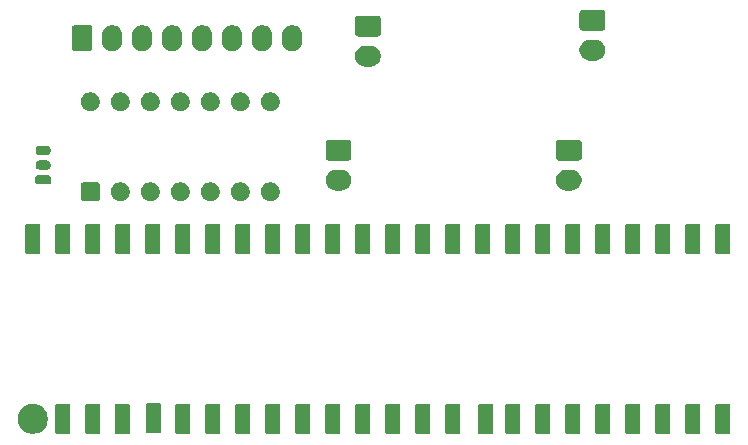
<source format=gbs>
G04 #@! TF.GenerationSoftware,KiCad,Pcbnew,9.0.2*
G04 #@! TF.CreationDate,2025-07-30T12:20:49-07:00*
G04 #@! TF.ProjectId,fsrPrototype3,66737250-726f-4746-9f74-797065332e6b,rev?*
G04 #@! TF.SameCoordinates,Original*
G04 #@! TF.FileFunction,Soldermask,Bot*
G04 #@! TF.FilePolarity,Negative*
%FSLAX46Y46*%
G04 Gerber Fmt 4.6, Leading zero omitted, Abs format (unit mm)*
G04 Created by KiCad (PCBNEW 9.0.2) date 2025-07-30 12:20:49*
%MOMM*%
%LPD*%
G01*
G04 APERTURE LIST*
G04 APERTURE END LIST*
G36*
X90774121Y-80024289D02*
G01*
X90805022Y-80044937D01*
X90825670Y-80075838D01*
X90832920Y-80112289D01*
X90832920Y-82461789D01*
X90825670Y-82498240D01*
X90805022Y-82529141D01*
X90774121Y-82549789D01*
X90737670Y-82557039D01*
X89658170Y-82557039D01*
X89621719Y-82549789D01*
X89590818Y-82529141D01*
X89570170Y-82498240D01*
X89562920Y-82461789D01*
X89562920Y-80112289D01*
X89570170Y-80075838D01*
X89590818Y-80044937D01*
X89621719Y-80024289D01*
X89658170Y-80017039D01*
X90737670Y-80017039D01*
X90774121Y-80024289D01*
G37*
G36*
X121546281Y-80024289D02*
G01*
X121577182Y-80044937D01*
X121597830Y-80075838D01*
X121605080Y-80112289D01*
X121605080Y-82461789D01*
X121597830Y-82498240D01*
X121577182Y-82529141D01*
X121546281Y-82549789D01*
X121509830Y-82557039D01*
X120430330Y-82557039D01*
X120393879Y-82549789D01*
X120362978Y-82529141D01*
X120342330Y-82498240D01*
X120335080Y-82461789D01*
X120335080Y-80112289D01*
X120342330Y-80075838D01*
X120362978Y-80044937D01*
X120393879Y-80024289D01*
X120430330Y-80017039D01*
X121509830Y-80017039D01*
X121546281Y-80024289D01*
G37*
G36*
X85736201Y-79977250D02*
G01*
X85767102Y-79997898D01*
X85787750Y-80028799D01*
X85795000Y-80065250D01*
X85795000Y-82414750D01*
X85787750Y-82451201D01*
X85767102Y-82482102D01*
X85736201Y-82502750D01*
X85699750Y-82510000D01*
X84620250Y-82510000D01*
X84583799Y-82502750D01*
X84552898Y-82482102D01*
X84532250Y-82451201D01*
X84525000Y-82414750D01*
X84525000Y-80065250D01*
X84532250Y-80028799D01*
X84552898Y-79997898D01*
X84583799Y-79977250D01*
X84620250Y-79970000D01*
X85699750Y-79970000D01*
X85736201Y-79977250D01*
G37*
G36*
X88276201Y-79977250D02*
G01*
X88307102Y-79997898D01*
X88327750Y-80028799D01*
X88335000Y-80065250D01*
X88335000Y-82414750D01*
X88327750Y-82451201D01*
X88307102Y-82482102D01*
X88276201Y-82502750D01*
X88239750Y-82510000D01*
X87160250Y-82510000D01*
X87123799Y-82502750D01*
X87092898Y-82482102D01*
X87072250Y-82451201D01*
X87065000Y-82414750D01*
X87065000Y-80065250D01*
X87072250Y-80028799D01*
X87092898Y-79997898D01*
X87123799Y-79977250D01*
X87160250Y-79970000D01*
X88239750Y-79970000D01*
X88276201Y-79977250D01*
G37*
G36*
X95896201Y-79977250D02*
G01*
X95927102Y-79997898D01*
X95947750Y-80028799D01*
X95955000Y-80065250D01*
X95955000Y-82414750D01*
X95947750Y-82451201D01*
X95927102Y-82482102D01*
X95896201Y-82502750D01*
X95859750Y-82510000D01*
X94780250Y-82510000D01*
X94743799Y-82502750D01*
X94712898Y-82482102D01*
X94692250Y-82451201D01*
X94685000Y-82414750D01*
X94685000Y-80065250D01*
X94692250Y-80028799D01*
X94712898Y-79997898D01*
X94743799Y-79977250D01*
X94780250Y-79970000D01*
X95859750Y-79970000D01*
X95896201Y-79977250D01*
G37*
G36*
X98436201Y-79977250D02*
G01*
X98467102Y-79997898D01*
X98487750Y-80028799D01*
X98495000Y-80065250D01*
X98495000Y-82414750D01*
X98487750Y-82451201D01*
X98467102Y-82482102D01*
X98436201Y-82502750D01*
X98399750Y-82510000D01*
X97320250Y-82510000D01*
X97283799Y-82502750D01*
X97252898Y-82482102D01*
X97232250Y-82451201D01*
X97225000Y-82414750D01*
X97225000Y-80065250D01*
X97232250Y-80028799D01*
X97252898Y-79997898D01*
X97283799Y-79977250D01*
X97320250Y-79970000D01*
X98399750Y-79970000D01*
X98436201Y-79977250D01*
G37*
G36*
X100976201Y-79977250D02*
G01*
X101007102Y-79997898D01*
X101027750Y-80028799D01*
X101035000Y-80065250D01*
X101035000Y-82414750D01*
X101027750Y-82451201D01*
X101007102Y-82482102D01*
X100976201Y-82502750D01*
X100939750Y-82510000D01*
X99860250Y-82510000D01*
X99823799Y-82502750D01*
X99792898Y-82482102D01*
X99772250Y-82451201D01*
X99765000Y-82414750D01*
X99765000Y-80065250D01*
X99772250Y-80028799D01*
X99792898Y-79997898D01*
X99823799Y-79977250D01*
X99860250Y-79970000D01*
X100939750Y-79970000D01*
X100976201Y-79977250D01*
G37*
G36*
X103516201Y-79977250D02*
G01*
X103547102Y-79997898D01*
X103567750Y-80028799D01*
X103575000Y-80065250D01*
X103575000Y-82414750D01*
X103567750Y-82451201D01*
X103547102Y-82482102D01*
X103516201Y-82502750D01*
X103479750Y-82510000D01*
X102400250Y-82510000D01*
X102363799Y-82502750D01*
X102332898Y-82482102D01*
X102312250Y-82451201D01*
X102305000Y-82414750D01*
X102305000Y-80065250D01*
X102312250Y-80028799D01*
X102332898Y-79997898D01*
X102363799Y-79977250D01*
X102400250Y-79970000D01*
X103479750Y-79970000D01*
X103516201Y-79977250D01*
G37*
G36*
X106056201Y-79977250D02*
G01*
X106087102Y-79997898D01*
X106107750Y-80028799D01*
X106115000Y-80065250D01*
X106115000Y-82414750D01*
X106107750Y-82451201D01*
X106087102Y-82482102D01*
X106056201Y-82502750D01*
X106019750Y-82510000D01*
X104940250Y-82510000D01*
X104903799Y-82502750D01*
X104872898Y-82482102D01*
X104852250Y-82451201D01*
X104845000Y-82414750D01*
X104845000Y-80065250D01*
X104852250Y-80028799D01*
X104872898Y-79997898D01*
X104903799Y-79977250D01*
X104940250Y-79970000D01*
X106019750Y-79970000D01*
X106056201Y-79977250D01*
G37*
G36*
X108596201Y-79977250D02*
G01*
X108627102Y-79997898D01*
X108647750Y-80028799D01*
X108655000Y-80065250D01*
X108655000Y-82414750D01*
X108647750Y-82451201D01*
X108627102Y-82482102D01*
X108596201Y-82502750D01*
X108559750Y-82510000D01*
X107480250Y-82510000D01*
X107443799Y-82502750D01*
X107412898Y-82482102D01*
X107392250Y-82451201D01*
X107385000Y-82414750D01*
X107385000Y-80065250D01*
X107392250Y-80028799D01*
X107412898Y-79997898D01*
X107443799Y-79977250D01*
X107480250Y-79970000D01*
X108559750Y-79970000D01*
X108596201Y-79977250D01*
G37*
G36*
X111136201Y-79977250D02*
G01*
X111167102Y-79997898D01*
X111187750Y-80028799D01*
X111195000Y-80065250D01*
X111195000Y-82414750D01*
X111187750Y-82451201D01*
X111167102Y-82482102D01*
X111136201Y-82502750D01*
X111099750Y-82510000D01*
X110020250Y-82510000D01*
X109983799Y-82502750D01*
X109952898Y-82482102D01*
X109932250Y-82451201D01*
X109925000Y-82414750D01*
X109925000Y-80065250D01*
X109932250Y-80028799D01*
X109952898Y-79997898D01*
X109983799Y-79977250D01*
X110020250Y-79970000D01*
X111099750Y-79970000D01*
X111136201Y-79977250D01*
G37*
G36*
X113676201Y-79977250D02*
G01*
X113707102Y-79997898D01*
X113727750Y-80028799D01*
X113735000Y-80065250D01*
X113735000Y-82414750D01*
X113727750Y-82451201D01*
X113707102Y-82482102D01*
X113676201Y-82502750D01*
X113639750Y-82510000D01*
X112560250Y-82510000D01*
X112523799Y-82502750D01*
X112492898Y-82482102D01*
X112472250Y-82451201D01*
X112465000Y-82414750D01*
X112465000Y-80065250D01*
X112472250Y-80028799D01*
X112492898Y-79997898D01*
X112523799Y-79977250D01*
X112560250Y-79970000D01*
X113639750Y-79970000D01*
X113676201Y-79977250D01*
G37*
G36*
X116216201Y-79977250D02*
G01*
X116247102Y-79997898D01*
X116267750Y-80028799D01*
X116275000Y-80065250D01*
X116275000Y-82414750D01*
X116267750Y-82451201D01*
X116247102Y-82482102D01*
X116216201Y-82502750D01*
X116179750Y-82510000D01*
X115100250Y-82510000D01*
X115063799Y-82502750D01*
X115032898Y-82482102D01*
X115012250Y-82451201D01*
X115005000Y-82414750D01*
X115005000Y-80065250D01*
X115012250Y-80028799D01*
X115032898Y-79997898D01*
X115063799Y-79977250D01*
X115100250Y-79970000D01*
X116179750Y-79970000D01*
X116216201Y-79977250D01*
G37*
G36*
X118756201Y-79977250D02*
G01*
X118787102Y-79997898D01*
X118807750Y-80028799D01*
X118815000Y-80065250D01*
X118815000Y-82414750D01*
X118807750Y-82451201D01*
X118787102Y-82482102D01*
X118756201Y-82502750D01*
X118719750Y-82510000D01*
X117640250Y-82510000D01*
X117603799Y-82502750D01*
X117572898Y-82482102D01*
X117552250Y-82451201D01*
X117545000Y-82414750D01*
X117545000Y-80065250D01*
X117552250Y-80028799D01*
X117572898Y-79997898D01*
X117603799Y-79977250D01*
X117640250Y-79970000D01*
X118719750Y-79970000D01*
X118756201Y-79977250D01*
G37*
G36*
X123836201Y-79977250D02*
G01*
X123867102Y-79997898D01*
X123887750Y-80028799D01*
X123895000Y-80065250D01*
X123895000Y-82414750D01*
X123887750Y-82451201D01*
X123867102Y-82482102D01*
X123836201Y-82502750D01*
X123799750Y-82510000D01*
X122720250Y-82510000D01*
X122683799Y-82502750D01*
X122652898Y-82482102D01*
X122632250Y-82451201D01*
X122625000Y-82414750D01*
X122625000Y-80065250D01*
X122632250Y-80028799D01*
X122652898Y-79997898D01*
X122683799Y-79977250D01*
X122720250Y-79970000D01*
X123799750Y-79970000D01*
X123836201Y-79977250D01*
G37*
G36*
X126376201Y-79977250D02*
G01*
X126407102Y-79997898D01*
X126427750Y-80028799D01*
X126435000Y-80065250D01*
X126435000Y-82414750D01*
X126427750Y-82451201D01*
X126407102Y-82482102D01*
X126376201Y-82502750D01*
X126339750Y-82510000D01*
X125260250Y-82510000D01*
X125223799Y-82502750D01*
X125192898Y-82482102D01*
X125172250Y-82451201D01*
X125165000Y-82414750D01*
X125165000Y-80065250D01*
X125172250Y-80028799D01*
X125192898Y-79997898D01*
X125223799Y-79977250D01*
X125260250Y-79970000D01*
X126339750Y-79970000D01*
X126376201Y-79977250D01*
G37*
G36*
X128916201Y-79977250D02*
G01*
X128947102Y-79997898D01*
X128967750Y-80028799D01*
X128975000Y-80065250D01*
X128975000Y-82414750D01*
X128967750Y-82451201D01*
X128947102Y-82482102D01*
X128916201Y-82502750D01*
X128879750Y-82510000D01*
X127800250Y-82510000D01*
X127763799Y-82502750D01*
X127732898Y-82482102D01*
X127712250Y-82451201D01*
X127705000Y-82414750D01*
X127705000Y-80065250D01*
X127712250Y-80028799D01*
X127732898Y-79997898D01*
X127763799Y-79977250D01*
X127800250Y-79970000D01*
X128879750Y-79970000D01*
X128916201Y-79977250D01*
G37*
G36*
X131456201Y-79977250D02*
G01*
X131487102Y-79997898D01*
X131507750Y-80028799D01*
X131515000Y-80065250D01*
X131515000Y-82414750D01*
X131507750Y-82451201D01*
X131487102Y-82482102D01*
X131456201Y-82502750D01*
X131419750Y-82510000D01*
X130340250Y-82510000D01*
X130303799Y-82502750D01*
X130272898Y-82482102D01*
X130252250Y-82451201D01*
X130245000Y-82414750D01*
X130245000Y-80065250D01*
X130252250Y-80028799D01*
X130272898Y-79997898D01*
X130303799Y-79977250D01*
X130340250Y-79970000D01*
X131419750Y-79970000D01*
X131456201Y-79977250D01*
G37*
G36*
X133996201Y-79977250D02*
G01*
X134027102Y-79997898D01*
X134047750Y-80028799D01*
X134055000Y-80065250D01*
X134055000Y-82414750D01*
X134047750Y-82451201D01*
X134027102Y-82482102D01*
X133996201Y-82502750D01*
X133959750Y-82510000D01*
X132880250Y-82510000D01*
X132843799Y-82502750D01*
X132812898Y-82482102D01*
X132792250Y-82451201D01*
X132785000Y-82414750D01*
X132785000Y-80065250D01*
X132792250Y-80028799D01*
X132812898Y-79997898D01*
X132843799Y-79977250D01*
X132880250Y-79970000D01*
X133959750Y-79970000D01*
X133996201Y-79977250D01*
G37*
G36*
X136536201Y-79977250D02*
G01*
X136567102Y-79997898D01*
X136587750Y-80028799D01*
X136595000Y-80065250D01*
X136595000Y-82414750D01*
X136587750Y-82451201D01*
X136567102Y-82482102D01*
X136536201Y-82502750D01*
X136499750Y-82510000D01*
X135420250Y-82510000D01*
X135383799Y-82502750D01*
X135352898Y-82482102D01*
X135332250Y-82451201D01*
X135325000Y-82414750D01*
X135325000Y-80065250D01*
X135332250Y-80028799D01*
X135352898Y-79997898D01*
X135383799Y-79977250D01*
X135420250Y-79970000D01*
X136499750Y-79970000D01*
X136536201Y-79977250D01*
G37*
G36*
X139076201Y-79977250D02*
G01*
X139107102Y-79997898D01*
X139127750Y-80028799D01*
X139135000Y-80065250D01*
X139135000Y-82414750D01*
X139127750Y-82451201D01*
X139107102Y-82482102D01*
X139076201Y-82502750D01*
X139039750Y-82510000D01*
X137960250Y-82510000D01*
X137923799Y-82502750D01*
X137892898Y-82482102D01*
X137872250Y-82451201D01*
X137865000Y-82414750D01*
X137865000Y-80065250D01*
X137872250Y-80028799D01*
X137892898Y-79997898D01*
X137923799Y-79977250D01*
X137960250Y-79970000D01*
X139039750Y-79970000D01*
X139076201Y-79977250D01*
G37*
G36*
X141616201Y-79977250D02*
G01*
X141647102Y-79997898D01*
X141667750Y-80028799D01*
X141675000Y-80065250D01*
X141675000Y-82414750D01*
X141667750Y-82451201D01*
X141647102Y-82482102D01*
X141616201Y-82502750D01*
X141579750Y-82510000D01*
X140500250Y-82510000D01*
X140463799Y-82502750D01*
X140432898Y-82482102D01*
X140412250Y-82451201D01*
X140405000Y-82414750D01*
X140405000Y-80065250D01*
X140412250Y-80028799D01*
X140432898Y-79997898D01*
X140463799Y-79977250D01*
X140500250Y-79970000D01*
X141579750Y-79970000D01*
X141616201Y-79977250D01*
G37*
G36*
X82916476Y-80005090D02*
G01*
X83106008Y-80066673D01*
X83283573Y-80157147D01*
X83444799Y-80274284D01*
X83585716Y-80415201D01*
X83702853Y-80576427D01*
X83793327Y-80753992D01*
X83854910Y-80943524D01*
X83886085Y-81140357D01*
X83886085Y-81339643D01*
X83854910Y-81536476D01*
X83793327Y-81726008D01*
X83702853Y-81903573D01*
X83585716Y-82064799D01*
X83444799Y-82205716D01*
X83283573Y-82322853D01*
X83106008Y-82413327D01*
X82916476Y-82474910D01*
X82719643Y-82506085D01*
X82520357Y-82506085D01*
X82323524Y-82474910D01*
X82133992Y-82413327D01*
X81956427Y-82322853D01*
X81795201Y-82205716D01*
X81654284Y-82064799D01*
X81537147Y-81903573D01*
X81446673Y-81726008D01*
X81385090Y-81536476D01*
X81353915Y-81339643D01*
X81353915Y-81140357D01*
X81385090Y-80943524D01*
X81446673Y-80753992D01*
X81537147Y-80576427D01*
X81654284Y-80415201D01*
X81795201Y-80274284D01*
X81956427Y-80157147D01*
X82133992Y-80066673D01*
X82323524Y-80005090D01*
X82520357Y-79973915D01*
X82719643Y-79973915D01*
X82916476Y-80005090D01*
G37*
G36*
X93406548Y-79933516D02*
G01*
X93437449Y-79954164D01*
X93458097Y-79985065D01*
X93465347Y-80021516D01*
X93465347Y-82371016D01*
X93458097Y-82407467D01*
X93437449Y-82438368D01*
X93406548Y-82459016D01*
X93370097Y-82466266D01*
X92290597Y-82466266D01*
X92254146Y-82459016D01*
X92223245Y-82438368D01*
X92202597Y-82407467D01*
X92195347Y-82371016D01*
X92195347Y-80021516D01*
X92202597Y-79985065D01*
X92223245Y-79954164D01*
X92254146Y-79933516D01*
X92290597Y-79926266D01*
X93370097Y-79926266D01*
X93406548Y-79933516D01*
G37*
G36*
X83196201Y-64737250D02*
G01*
X83227102Y-64757898D01*
X83247750Y-64788799D01*
X83255000Y-64825250D01*
X83255000Y-67174750D01*
X83247750Y-67211201D01*
X83227102Y-67242102D01*
X83196201Y-67262750D01*
X83159750Y-67270000D01*
X82080250Y-67270000D01*
X82043799Y-67262750D01*
X82012898Y-67242102D01*
X81992250Y-67211201D01*
X81985000Y-67174750D01*
X81985000Y-64825250D01*
X81992250Y-64788799D01*
X82012898Y-64757898D01*
X82043799Y-64737250D01*
X82080250Y-64730000D01*
X83159750Y-64730000D01*
X83196201Y-64737250D01*
G37*
G36*
X85736201Y-64737250D02*
G01*
X85767102Y-64757898D01*
X85787750Y-64788799D01*
X85795000Y-64825250D01*
X85795000Y-67174750D01*
X85787750Y-67211201D01*
X85767102Y-67242102D01*
X85736201Y-67262750D01*
X85699750Y-67270000D01*
X84620250Y-67270000D01*
X84583799Y-67262750D01*
X84552898Y-67242102D01*
X84532250Y-67211201D01*
X84525000Y-67174750D01*
X84525000Y-64825250D01*
X84532250Y-64788799D01*
X84552898Y-64757898D01*
X84583799Y-64737250D01*
X84620250Y-64730000D01*
X85699750Y-64730000D01*
X85736201Y-64737250D01*
G37*
G36*
X88276201Y-64737250D02*
G01*
X88307102Y-64757898D01*
X88327750Y-64788799D01*
X88335000Y-64825250D01*
X88335000Y-67174750D01*
X88327750Y-67211201D01*
X88307102Y-67242102D01*
X88276201Y-67262750D01*
X88239750Y-67270000D01*
X87160250Y-67270000D01*
X87123799Y-67262750D01*
X87092898Y-67242102D01*
X87072250Y-67211201D01*
X87065000Y-67174750D01*
X87065000Y-64825250D01*
X87072250Y-64788799D01*
X87092898Y-64757898D01*
X87123799Y-64737250D01*
X87160250Y-64730000D01*
X88239750Y-64730000D01*
X88276201Y-64737250D01*
G37*
G36*
X90816201Y-64737250D02*
G01*
X90847102Y-64757898D01*
X90867750Y-64788799D01*
X90875000Y-64825250D01*
X90875000Y-67174750D01*
X90867750Y-67211201D01*
X90847102Y-67242102D01*
X90816201Y-67262750D01*
X90779750Y-67270000D01*
X89700250Y-67270000D01*
X89663799Y-67262750D01*
X89632898Y-67242102D01*
X89612250Y-67211201D01*
X89605000Y-67174750D01*
X89605000Y-64825250D01*
X89612250Y-64788799D01*
X89632898Y-64757898D01*
X89663799Y-64737250D01*
X89700250Y-64730000D01*
X90779750Y-64730000D01*
X90816201Y-64737250D01*
G37*
G36*
X93356201Y-64737250D02*
G01*
X93387102Y-64757898D01*
X93407750Y-64788799D01*
X93415000Y-64825250D01*
X93415000Y-67174750D01*
X93407750Y-67211201D01*
X93387102Y-67242102D01*
X93356201Y-67262750D01*
X93319750Y-67270000D01*
X92240250Y-67270000D01*
X92203799Y-67262750D01*
X92172898Y-67242102D01*
X92152250Y-67211201D01*
X92145000Y-67174750D01*
X92145000Y-64825250D01*
X92152250Y-64788799D01*
X92172898Y-64757898D01*
X92203799Y-64737250D01*
X92240250Y-64730000D01*
X93319750Y-64730000D01*
X93356201Y-64737250D01*
G37*
G36*
X95896201Y-64737250D02*
G01*
X95927102Y-64757898D01*
X95947750Y-64788799D01*
X95955000Y-64825250D01*
X95955000Y-67174750D01*
X95947750Y-67211201D01*
X95927102Y-67242102D01*
X95896201Y-67262750D01*
X95859750Y-67270000D01*
X94780250Y-67270000D01*
X94743799Y-67262750D01*
X94712898Y-67242102D01*
X94692250Y-67211201D01*
X94685000Y-67174750D01*
X94685000Y-64825250D01*
X94692250Y-64788799D01*
X94712898Y-64757898D01*
X94743799Y-64737250D01*
X94780250Y-64730000D01*
X95859750Y-64730000D01*
X95896201Y-64737250D01*
G37*
G36*
X98436201Y-64737250D02*
G01*
X98467102Y-64757898D01*
X98487750Y-64788799D01*
X98495000Y-64825250D01*
X98495000Y-67174750D01*
X98487750Y-67211201D01*
X98467102Y-67242102D01*
X98436201Y-67262750D01*
X98399750Y-67270000D01*
X97320250Y-67270000D01*
X97283799Y-67262750D01*
X97252898Y-67242102D01*
X97232250Y-67211201D01*
X97225000Y-67174750D01*
X97225000Y-64825250D01*
X97232250Y-64788799D01*
X97252898Y-64757898D01*
X97283799Y-64737250D01*
X97320250Y-64730000D01*
X98399750Y-64730000D01*
X98436201Y-64737250D01*
G37*
G36*
X100976201Y-64737250D02*
G01*
X101007102Y-64757898D01*
X101027750Y-64788799D01*
X101035000Y-64825250D01*
X101035000Y-67174750D01*
X101027750Y-67211201D01*
X101007102Y-67242102D01*
X100976201Y-67262750D01*
X100939750Y-67270000D01*
X99860250Y-67270000D01*
X99823799Y-67262750D01*
X99792898Y-67242102D01*
X99772250Y-67211201D01*
X99765000Y-67174750D01*
X99765000Y-64825250D01*
X99772250Y-64788799D01*
X99792898Y-64757898D01*
X99823799Y-64737250D01*
X99860250Y-64730000D01*
X100939750Y-64730000D01*
X100976201Y-64737250D01*
G37*
G36*
X103516201Y-64737250D02*
G01*
X103547102Y-64757898D01*
X103567750Y-64788799D01*
X103575000Y-64825250D01*
X103575000Y-67174750D01*
X103567750Y-67211201D01*
X103547102Y-67242102D01*
X103516201Y-67262750D01*
X103479750Y-67270000D01*
X102400250Y-67270000D01*
X102363799Y-67262750D01*
X102332898Y-67242102D01*
X102312250Y-67211201D01*
X102305000Y-67174750D01*
X102305000Y-64825250D01*
X102312250Y-64788799D01*
X102332898Y-64757898D01*
X102363799Y-64737250D01*
X102400250Y-64730000D01*
X103479750Y-64730000D01*
X103516201Y-64737250D01*
G37*
G36*
X106056201Y-64737250D02*
G01*
X106087102Y-64757898D01*
X106107750Y-64788799D01*
X106115000Y-64825250D01*
X106115000Y-67174750D01*
X106107750Y-67211201D01*
X106087102Y-67242102D01*
X106056201Y-67262750D01*
X106019750Y-67270000D01*
X104940250Y-67270000D01*
X104903799Y-67262750D01*
X104872898Y-67242102D01*
X104852250Y-67211201D01*
X104845000Y-67174750D01*
X104845000Y-64825250D01*
X104852250Y-64788799D01*
X104872898Y-64757898D01*
X104903799Y-64737250D01*
X104940250Y-64730000D01*
X106019750Y-64730000D01*
X106056201Y-64737250D01*
G37*
G36*
X108596201Y-64737250D02*
G01*
X108627102Y-64757898D01*
X108647750Y-64788799D01*
X108655000Y-64825250D01*
X108655000Y-67174750D01*
X108647750Y-67211201D01*
X108627102Y-67242102D01*
X108596201Y-67262750D01*
X108559750Y-67270000D01*
X107480250Y-67270000D01*
X107443799Y-67262750D01*
X107412898Y-67242102D01*
X107392250Y-67211201D01*
X107385000Y-67174750D01*
X107385000Y-64825250D01*
X107392250Y-64788799D01*
X107412898Y-64757898D01*
X107443799Y-64737250D01*
X107480250Y-64730000D01*
X108559750Y-64730000D01*
X108596201Y-64737250D01*
G37*
G36*
X111136201Y-64737250D02*
G01*
X111167102Y-64757898D01*
X111187750Y-64788799D01*
X111195000Y-64825250D01*
X111195000Y-67174750D01*
X111187750Y-67211201D01*
X111167102Y-67242102D01*
X111136201Y-67262750D01*
X111099750Y-67270000D01*
X110020250Y-67270000D01*
X109983799Y-67262750D01*
X109952898Y-67242102D01*
X109932250Y-67211201D01*
X109925000Y-67174750D01*
X109925000Y-64825250D01*
X109932250Y-64788799D01*
X109952898Y-64757898D01*
X109983799Y-64737250D01*
X110020250Y-64730000D01*
X111099750Y-64730000D01*
X111136201Y-64737250D01*
G37*
G36*
X113676201Y-64737250D02*
G01*
X113707102Y-64757898D01*
X113727750Y-64788799D01*
X113735000Y-64825250D01*
X113735000Y-67174750D01*
X113727750Y-67211201D01*
X113707102Y-67242102D01*
X113676201Y-67262750D01*
X113639750Y-67270000D01*
X112560250Y-67270000D01*
X112523799Y-67262750D01*
X112492898Y-67242102D01*
X112472250Y-67211201D01*
X112465000Y-67174750D01*
X112465000Y-64825250D01*
X112472250Y-64788799D01*
X112492898Y-64757898D01*
X112523799Y-64737250D01*
X112560250Y-64730000D01*
X113639750Y-64730000D01*
X113676201Y-64737250D01*
G37*
G36*
X116216201Y-64737250D02*
G01*
X116247102Y-64757898D01*
X116267750Y-64788799D01*
X116275000Y-64825250D01*
X116275000Y-67174750D01*
X116267750Y-67211201D01*
X116247102Y-67242102D01*
X116216201Y-67262750D01*
X116179750Y-67270000D01*
X115100250Y-67270000D01*
X115063799Y-67262750D01*
X115032898Y-67242102D01*
X115012250Y-67211201D01*
X115005000Y-67174750D01*
X115005000Y-64825250D01*
X115012250Y-64788799D01*
X115032898Y-64757898D01*
X115063799Y-64737250D01*
X115100250Y-64730000D01*
X116179750Y-64730000D01*
X116216201Y-64737250D01*
G37*
G36*
X118756201Y-64737250D02*
G01*
X118787102Y-64757898D01*
X118807750Y-64788799D01*
X118815000Y-64825250D01*
X118815000Y-67174750D01*
X118807750Y-67211201D01*
X118787102Y-67242102D01*
X118756201Y-67262750D01*
X118719750Y-67270000D01*
X117640250Y-67270000D01*
X117603799Y-67262750D01*
X117572898Y-67242102D01*
X117552250Y-67211201D01*
X117545000Y-67174750D01*
X117545000Y-64825250D01*
X117552250Y-64788799D01*
X117572898Y-64757898D01*
X117603799Y-64737250D01*
X117640250Y-64730000D01*
X118719750Y-64730000D01*
X118756201Y-64737250D01*
G37*
G36*
X121296201Y-64737250D02*
G01*
X121327102Y-64757898D01*
X121347750Y-64788799D01*
X121355000Y-64825250D01*
X121355000Y-67174750D01*
X121347750Y-67211201D01*
X121327102Y-67242102D01*
X121296201Y-67262750D01*
X121259750Y-67270000D01*
X120180250Y-67270000D01*
X120143799Y-67262750D01*
X120112898Y-67242102D01*
X120092250Y-67211201D01*
X120085000Y-67174750D01*
X120085000Y-64825250D01*
X120092250Y-64788799D01*
X120112898Y-64757898D01*
X120143799Y-64737250D01*
X120180250Y-64730000D01*
X121259750Y-64730000D01*
X121296201Y-64737250D01*
G37*
G36*
X123836201Y-64737250D02*
G01*
X123867102Y-64757898D01*
X123887750Y-64788799D01*
X123895000Y-64825250D01*
X123895000Y-67174750D01*
X123887750Y-67211201D01*
X123867102Y-67242102D01*
X123836201Y-67262750D01*
X123799750Y-67270000D01*
X122720250Y-67270000D01*
X122683799Y-67262750D01*
X122652898Y-67242102D01*
X122632250Y-67211201D01*
X122625000Y-67174750D01*
X122625000Y-64825250D01*
X122632250Y-64788799D01*
X122652898Y-64757898D01*
X122683799Y-64737250D01*
X122720250Y-64730000D01*
X123799750Y-64730000D01*
X123836201Y-64737250D01*
G37*
G36*
X126376201Y-64737250D02*
G01*
X126407102Y-64757898D01*
X126427750Y-64788799D01*
X126435000Y-64825250D01*
X126435000Y-67174750D01*
X126427750Y-67211201D01*
X126407102Y-67242102D01*
X126376201Y-67262750D01*
X126339750Y-67270000D01*
X125260250Y-67270000D01*
X125223799Y-67262750D01*
X125192898Y-67242102D01*
X125172250Y-67211201D01*
X125165000Y-67174750D01*
X125165000Y-64825250D01*
X125172250Y-64788799D01*
X125192898Y-64757898D01*
X125223799Y-64737250D01*
X125260250Y-64730000D01*
X126339750Y-64730000D01*
X126376201Y-64737250D01*
G37*
G36*
X128916201Y-64737250D02*
G01*
X128947102Y-64757898D01*
X128967750Y-64788799D01*
X128975000Y-64825250D01*
X128975000Y-67174750D01*
X128967750Y-67211201D01*
X128947102Y-67242102D01*
X128916201Y-67262750D01*
X128879750Y-67270000D01*
X127800250Y-67270000D01*
X127763799Y-67262750D01*
X127732898Y-67242102D01*
X127712250Y-67211201D01*
X127705000Y-67174750D01*
X127705000Y-64825250D01*
X127712250Y-64788799D01*
X127732898Y-64757898D01*
X127763799Y-64737250D01*
X127800250Y-64730000D01*
X128879750Y-64730000D01*
X128916201Y-64737250D01*
G37*
G36*
X131456201Y-64737250D02*
G01*
X131487102Y-64757898D01*
X131507750Y-64788799D01*
X131515000Y-64825250D01*
X131515000Y-67174750D01*
X131507750Y-67211201D01*
X131487102Y-67242102D01*
X131456201Y-67262750D01*
X131419750Y-67270000D01*
X130340250Y-67270000D01*
X130303799Y-67262750D01*
X130272898Y-67242102D01*
X130252250Y-67211201D01*
X130245000Y-67174750D01*
X130245000Y-64825250D01*
X130252250Y-64788799D01*
X130272898Y-64757898D01*
X130303799Y-64737250D01*
X130340250Y-64730000D01*
X131419750Y-64730000D01*
X131456201Y-64737250D01*
G37*
G36*
X133996201Y-64737250D02*
G01*
X134027102Y-64757898D01*
X134047750Y-64788799D01*
X134055000Y-64825250D01*
X134055000Y-67174750D01*
X134047750Y-67211201D01*
X134027102Y-67242102D01*
X133996201Y-67262750D01*
X133959750Y-67270000D01*
X132880250Y-67270000D01*
X132843799Y-67262750D01*
X132812898Y-67242102D01*
X132792250Y-67211201D01*
X132785000Y-67174750D01*
X132785000Y-64825250D01*
X132792250Y-64788799D01*
X132812898Y-64757898D01*
X132843799Y-64737250D01*
X132880250Y-64730000D01*
X133959750Y-64730000D01*
X133996201Y-64737250D01*
G37*
G36*
X136536201Y-64737250D02*
G01*
X136567102Y-64757898D01*
X136587750Y-64788799D01*
X136595000Y-64825250D01*
X136595000Y-67174750D01*
X136587750Y-67211201D01*
X136567102Y-67242102D01*
X136536201Y-67262750D01*
X136499750Y-67270000D01*
X135420250Y-67270000D01*
X135383799Y-67262750D01*
X135352898Y-67242102D01*
X135332250Y-67211201D01*
X135325000Y-67174750D01*
X135325000Y-64825250D01*
X135332250Y-64788799D01*
X135352898Y-64757898D01*
X135383799Y-64737250D01*
X135420250Y-64730000D01*
X136499750Y-64730000D01*
X136536201Y-64737250D01*
G37*
G36*
X139076201Y-64737250D02*
G01*
X139107102Y-64757898D01*
X139127750Y-64788799D01*
X139135000Y-64825250D01*
X139135000Y-67174750D01*
X139127750Y-67211201D01*
X139107102Y-67242102D01*
X139076201Y-67262750D01*
X139039750Y-67270000D01*
X137960250Y-67270000D01*
X137923799Y-67262750D01*
X137892898Y-67242102D01*
X137872250Y-67211201D01*
X137865000Y-67174750D01*
X137865000Y-64825250D01*
X137872250Y-64788799D01*
X137892898Y-64757898D01*
X137923799Y-64737250D01*
X137960250Y-64730000D01*
X139039750Y-64730000D01*
X139076201Y-64737250D01*
G37*
G36*
X141616201Y-64737250D02*
G01*
X141647102Y-64757898D01*
X141667750Y-64788799D01*
X141675000Y-64825250D01*
X141675000Y-67174750D01*
X141667750Y-67211201D01*
X141647102Y-67242102D01*
X141616201Y-67262750D01*
X141579750Y-67270000D01*
X140500250Y-67270000D01*
X140463799Y-67262750D01*
X140432898Y-67242102D01*
X140412250Y-67211201D01*
X140405000Y-67174750D01*
X140405000Y-64825250D01*
X140412250Y-64788799D01*
X140432898Y-64757898D01*
X140463799Y-64737250D01*
X140500250Y-64730000D01*
X141579750Y-64730000D01*
X141616201Y-64737250D01*
G37*
G36*
X88054850Y-61200964D02*
G01*
X88105040Y-61206787D01*
X88122189Y-61214359D01*
X88145671Y-61219030D01*
X88170810Y-61235827D01*
X88190696Y-61244608D01*
X88204277Y-61258189D01*
X88226777Y-61273223D01*
X88241810Y-61295722D01*
X88255391Y-61309303D01*
X88264170Y-61329186D01*
X88280970Y-61354329D01*
X88285641Y-61377812D01*
X88293212Y-61394959D01*
X88299033Y-61445139D01*
X88300000Y-61450000D01*
X88300000Y-62550000D01*
X88299032Y-62554863D01*
X88293212Y-62605040D01*
X88285641Y-62622185D01*
X88280970Y-62645671D01*
X88264169Y-62670815D01*
X88255391Y-62690696D01*
X88241812Y-62704274D01*
X88226777Y-62726777D01*
X88204274Y-62741812D01*
X88190696Y-62755391D01*
X88170815Y-62764169D01*
X88145671Y-62780970D01*
X88122185Y-62785641D01*
X88105040Y-62793212D01*
X88054861Y-62799032D01*
X88050000Y-62800000D01*
X86950000Y-62800000D01*
X86945138Y-62799032D01*
X86894959Y-62793212D01*
X86877812Y-62785641D01*
X86854329Y-62780970D01*
X86829186Y-62764170D01*
X86809303Y-62755391D01*
X86795722Y-62741810D01*
X86773223Y-62726777D01*
X86758189Y-62704277D01*
X86744608Y-62690696D01*
X86735827Y-62670810D01*
X86719030Y-62645671D01*
X86714359Y-62622189D01*
X86706787Y-62605040D01*
X86700964Y-62554849D01*
X86700000Y-62550000D01*
X86700000Y-61450000D01*
X86700964Y-61445150D01*
X86706787Y-61394959D01*
X86714359Y-61377808D01*
X86719030Y-61354329D01*
X86735826Y-61329191D01*
X86744608Y-61309303D01*
X86758191Y-61295719D01*
X86773223Y-61273223D01*
X86795719Y-61258191D01*
X86809303Y-61244608D01*
X86829191Y-61235826D01*
X86854329Y-61219030D01*
X86877808Y-61214359D01*
X86894959Y-61206787D01*
X86945151Y-61200964D01*
X86950000Y-61200000D01*
X88050000Y-61200000D01*
X88054850Y-61200964D01*
G37*
G36*
X90272228Y-61234448D02*
G01*
X90417117Y-61294463D01*
X90547515Y-61381592D01*
X90658408Y-61492485D01*
X90745537Y-61622883D01*
X90805552Y-61767772D01*
X90836148Y-61921586D01*
X90836148Y-62078414D01*
X90805552Y-62232228D01*
X90745537Y-62377117D01*
X90658408Y-62507515D01*
X90547515Y-62618408D01*
X90417117Y-62705537D01*
X90272228Y-62765552D01*
X90118414Y-62796148D01*
X89961586Y-62796148D01*
X89807772Y-62765552D01*
X89662883Y-62705537D01*
X89532485Y-62618408D01*
X89421592Y-62507515D01*
X89334463Y-62377117D01*
X89274448Y-62232228D01*
X89243852Y-62078414D01*
X89243852Y-61921586D01*
X89274448Y-61767772D01*
X89334463Y-61622883D01*
X89421592Y-61492485D01*
X89532485Y-61381592D01*
X89662883Y-61294463D01*
X89807772Y-61234448D01*
X89961586Y-61203852D01*
X90118414Y-61203852D01*
X90272228Y-61234448D01*
G37*
G36*
X92812228Y-61234448D02*
G01*
X92957117Y-61294463D01*
X93087515Y-61381592D01*
X93198408Y-61492485D01*
X93285537Y-61622883D01*
X93345552Y-61767772D01*
X93376148Y-61921586D01*
X93376148Y-62078414D01*
X93345552Y-62232228D01*
X93285537Y-62377117D01*
X93198408Y-62507515D01*
X93087515Y-62618408D01*
X92957117Y-62705537D01*
X92812228Y-62765552D01*
X92658414Y-62796148D01*
X92501586Y-62796148D01*
X92347772Y-62765552D01*
X92202883Y-62705537D01*
X92072485Y-62618408D01*
X91961592Y-62507515D01*
X91874463Y-62377117D01*
X91814448Y-62232228D01*
X91783852Y-62078414D01*
X91783852Y-61921586D01*
X91814448Y-61767772D01*
X91874463Y-61622883D01*
X91961592Y-61492485D01*
X92072485Y-61381592D01*
X92202883Y-61294463D01*
X92347772Y-61234448D01*
X92501586Y-61203852D01*
X92658414Y-61203852D01*
X92812228Y-61234448D01*
G37*
G36*
X95352228Y-61234448D02*
G01*
X95497117Y-61294463D01*
X95627515Y-61381592D01*
X95738408Y-61492485D01*
X95825537Y-61622883D01*
X95885552Y-61767772D01*
X95916148Y-61921586D01*
X95916148Y-62078414D01*
X95885552Y-62232228D01*
X95825537Y-62377117D01*
X95738408Y-62507515D01*
X95627515Y-62618408D01*
X95497117Y-62705537D01*
X95352228Y-62765552D01*
X95198414Y-62796148D01*
X95041586Y-62796148D01*
X94887772Y-62765552D01*
X94742883Y-62705537D01*
X94612485Y-62618408D01*
X94501592Y-62507515D01*
X94414463Y-62377117D01*
X94354448Y-62232228D01*
X94323852Y-62078414D01*
X94323852Y-61921586D01*
X94354448Y-61767772D01*
X94414463Y-61622883D01*
X94501592Y-61492485D01*
X94612485Y-61381592D01*
X94742883Y-61294463D01*
X94887772Y-61234448D01*
X95041586Y-61203852D01*
X95198414Y-61203852D01*
X95352228Y-61234448D01*
G37*
G36*
X97892228Y-61234448D02*
G01*
X98037117Y-61294463D01*
X98167515Y-61381592D01*
X98278408Y-61492485D01*
X98365537Y-61622883D01*
X98425552Y-61767772D01*
X98456148Y-61921586D01*
X98456148Y-62078414D01*
X98425552Y-62232228D01*
X98365537Y-62377117D01*
X98278408Y-62507515D01*
X98167515Y-62618408D01*
X98037117Y-62705537D01*
X97892228Y-62765552D01*
X97738414Y-62796148D01*
X97581586Y-62796148D01*
X97427772Y-62765552D01*
X97282883Y-62705537D01*
X97152485Y-62618408D01*
X97041592Y-62507515D01*
X96954463Y-62377117D01*
X96894448Y-62232228D01*
X96863852Y-62078414D01*
X96863852Y-61921586D01*
X96894448Y-61767772D01*
X96954463Y-61622883D01*
X97041592Y-61492485D01*
X97152485Y-61381592D01*
X97282883Y-61294463D01*
X97427772Y-61234448D01*
X97581586Y-61203852D01*
X97738414Y-61203852D01*
X97892228Y-61234448D01*
G37*
G36*
X100432228Y-61234448D02*
G01*
X100577117Y-61294463D01*
X100707515Y-61381592D01*
X100818408Y-61492485D01*
X100905537Y-61622883D01*
X100965552Y-61767772D01*
X100996148Y-61921586D01*
X100996148Y-62078414D01*
X100965552Y-62232228D01*
X100905537Y-62377117D01*
X100818408Y-62507515D01*
X100707515Y-62618408D01*
X100577117Y-62705537D01*
X100432228Y-62765552D01*
X100278414Y-62796148D01*
X100121586Y-62796148D01*
X99967772Y-62765552D01*
X99822883Y-62705537D01*
X99692485Y-62618408D01*
X99581592Y-62507515D01*
X99494463Y-62377117D01*
X99434448Y-62232228D01*
X99403852Y-62078414D01*
X99403852Y-61921586D01*
X99434448Y-61767772D01*
X99494463Y-61622883D01*
X99581592Y-61492485D01*
X99692485Y-61381592D01*
X99822883Y-61294463D01*
X99967772Y-61234448D01*
X100121586Y-61203852D01*
X100278414Y-61203852D01*
X100432228Y-61234448D01*
G37*
G36*
X102972228Y-61234448D02*
G01*
X103117117Y-61294463D01*
X103247515Y-61381592D01*
X103358408Y-61492485D01*
X103445537Y-61622883D01*
X103505552Y-61767772D01*
X103536148Y-61921586D01*
X103536148Y-62078414D01*
X103505552Y-62232228D01*
X103445537Y-62377117D01*
X103358408Y-62507515D01*
X103247515Y-62618408D01*
X103117117Y-62705537D01*
X102972228Y-62765552D01*
X102818414Y-62796148D01*
X102661586Y-62796148D01*
X102507772Y-62765552D01*
X102362883Y-62705537D01*
X102232485Y-62618408D01*
X102121592Y-62507515D01*
X102034463Y-62377117D01*
X101974448Y-62232228D01*
X101943852Y-62078414D01*
X101943852Y-61921586D01*
X101974448Y-61767772D01*
X102034463Y-61622883D01*
X102121592Y-61492485D01*
X102232485Y-61381592D01*
X102362883Y-61294463D01*
X102507772Y-61234448D01*
X102661586Y-61203852D01*
X102818414Y-61203852D01*
X102972228Y-61234448D01*
G37*
G36*
X108810275Y-60174189D02*
G01*
X108977548Y-60207462D01*
X109135115Y-60272729D01*
X109276922Y-60367481D01*
X109397519Y-60488078D01*
X109492271Y-60629885D01*
X109557538Y-60787452D01*
X109590811Y-60954725D01*
X109590811Y-61125275D01*
X109557538Y-61292548D01*
X109492271Y-61450115D01*
X109397519Y-61591922D01*
X109276922Y-61712519D01*
X109135115Y-61807271D01*
X108977548Y-61872538D01*
X108810275Y-61905811D01*
X108725000Y-61910000D01*
X108723522Y-61910000D01*
X108276478Y-61910000D01*
X108275000Y-61910000D01*
X108189725Y-61905811D01*
X108022452Y-61872538D01*
X107864885Y-61807271D01*
X107723078Y-61712519D01*
X107602481Y-61591922D01*
X107507729Y-61450115D01*
X107442462Y-61292548D01*
X107409189Y-61125275D01*
X107409189Y-60954725D01*
X107442462Y-60787452D01*
X107507729Y-60629885D01*
X107602481Y-60488078D01*
X107723078Y-60367481D01*
X107864885Y-60272729D01*
X108022452Y-60207462D01*
X108189725Y-60174189D01*
X108275000Y-60170000D01*
X108725000Y-60170000D01*
X108810275Y-60174189D01*
G37*
G36*
X128310275Y-60174189D02*
G01*
X128477548Y-60207462D01*
X128635115Y-60272729D01*
X128776922Y-60367481D01*
X128897519Y-60488078D01*
X128992271Y-60629885D01*
X129057538Y-60787452D01*
X129090811Y-60954725D01*
X129090811Y-61125275D01*
X129057538Y-61292548D01*
X128992271Y-61450115D01*
X128897519Y-61591922D01*
X128776922Y-61712519D01*
X128635115Y-61807271D01*
X128477548Y-61872538D01*
X128310275Y-61905811D01*
X128225000Y-61910000D01*
X128223522Y-61910000D01*
X127776478Y-61910000D01*
X127775000Y-61910000D01*
X127689725Y-61905811D01*
X127522452Y-61872538D01*
X127364885Y-61807271D01*
X127223078Y-61712519D01*
X127102481Y-61591922D01*
X127007729Y-61450115D01*
X126942462Y-61292548D01*
X126909189Y-61125275D01*
X126909189Y-60954725D01*
X126942462Y-60787452D01*
X127007729Y-60629885D01*
X127102481Y-60488078D01*
X127223078Y-60367481D01*
X127364885Y-60272729D01*
X127522452Y-60207462D01*
X127689725Y-60174189D01*
X127775000Y-60170000D01*
X128225000Y-60170000D01*
X128310275Y-60174189D01*
G37*
G36*
X84026537Y-60615224D02*
G01*
X84091421Y-60658579D01*
X84134776Y-60723463D01*
X84150000Y-60800000D01*
X84150000Y-61200000D01*
X84134776Y-61276537D01*
X84091421Y-61341421D01*
X84026537Y-61384776D01*
X83950000Y-61400000D01*
X83050000Y-61400000D01*
X82973463Y-61384776D01*
X82908579Y-61341421D01*
X82865224Y-61276537D01*
X82850000Y-61200000D01*
X82850000Y-60800000D01*
X82865224Y-60723463D01*
X82908579Y-60658579D01*
X82973463Y-60615224D01*
X83050000Y-60600000D01*
X83950000Y-60600000D01*
X84026537Y-60615224D01*
G37*
G36*
X83802210Y-59353422D02*
G01*
X83903073Y-59380448D01*
X83993505Y-59432659D01*
X84067341Y-59506495D01*
X84119552Y-59596927D01*
X84146578Y-59697790D01*
X84146578Y-59802210D01*
X84119552Y-59903073D01*
X84067341Y-59993505D01*
X83993505Y-60067341D01*
X83903073Y-60119552D01*
X83802210Y-60146578D01*
X83750000Y-60150000D01*
X83748029Y-60150000D01*
X83251971Y-60150000D01*
X83250000Y-60150000D01*
X83197790Y-60146578D01*
X83096927Y-60119552D01*
X83006495Y-60067341D01*
X82932659Y-59993505D01*
X82880448Y-59903073D01*
X82853422Y-59802210D01*
X82853422Y-59697790D01*
X82880448Y-59596927D01*
X82932659Y-59506495D01*
X83006495Y-59432659D01*
X83096927Y-59380448D01*
X83197790Y-59353422D01*
X83250000Y-59350000D01*
X83750000Y-59350000D01*
X83802210Y-59353422D01*
G37*
G36*
X109349850Y-57630964D02*
G01*
X109400040Y-57636787D01*
X109417189Y-57644359D01*
X109440671Y-57649030D01*
X109465810Y-57665827D01*
X109485696Y-57674608D01*
X109499277Y-57688189D01*
X109521777Y-57703223D01*
X109536810Y-57725722D01*
X109550391Y-57739303D01*
X109559170Y-57759186D01*
X109575970Y-57784329D01*
X109580641Y-57807812D01*
X109588212Y-57824959D01*
X109594033Y-57875139D01*
X109595000Y-57880000D01*
X109595000Y-59120000D01*
X109594032Y-59124863D01*
X109588212Y-59175040D01*
X109580641Y-59192185D01*
X109575970Y-59215671D01*
X109559169Y-59240815D01*
X109550391Y-59260696D01*
X109536812Y-59274274D01*
X109521777Y-59296777D01*
X109499274Y-59311812D01*
X109485696Y-59325391D01*
X109465815Y-59334169D01*
X109440671Y-59350970D01*
X109417185Y-59355641D01*
X109400040Y-59363212D01*
X109349861Y-59369032D01*
X109345000Y-59370000D01*
X107655000Y-59370000D01*
X107650138Y-59369032D01*
X107599959Y-59363212D01*
X107582812Y-59355641D01*
X107559329Y-59350970D01*
X107534186Y-59334170D01*
X107514303Y-59325391D01*
X107500722Y-59311810D01*
X107478223Y-59296777D01*
X107463189Y-59274277D01*
X107449608Y-59260696D01*
X107440827Y-59240810D01*
X107424030Y-59215671D01*
X107419359Y-59192189D01*
X107411787Y-59175040D01*
X107405964Y-59124849D01*
X107405000Y-59120000D01*
X107405000Y-57880000D01*
X107405964Y-57875150D01*
X107411787Y-57824959D01*
X107419359Y-57807808D01*
X107424030Y-57784329D01*
X107440826Y-57759191D01*
X107449608Y-57739303D01*
X107463191Y-57725719D01*
X107478223Y-57703223D01*
X107500719Y-57688191D01*
X107514303Y-57674608D01*
X107534191Y-57665826D01*
X107559329Y-57649030D01*
X107582808Y-57644359D01*
X107599959Y-57636787D01*
X107650151Y-57630964D01*
X107655000Y-57630000D01*
X109345000Y-57630000D01*
X109349850Y-57630964D01*
G37*
G36*
X128849850Y-57630964D02*
G01*
X128900040Y-57636787D01*
X128917189Y-57644359D01*
X128940671Y-57649030D01*
X128965810Y-57665827D01*
X128985696Y-57674608D01*
X128999277Y-57688189D01*
X129021777Y-57703223D01*
X129036810Y-57725722D01*
X129050391Y-57739303D01*
X129059170Y-57759186D01*
X129075970Y-57784329D01*
X129080641Y-57807812D01*
X129088212Y-57824959D01*
X129094033Y-57875139D01*
X129095000Y-57880000D01*
X129095000Y-59120000D01*
X129094032Y-59124863D01*
X129088212Y-59175040D01*
X129080641Y-59192185D01*
X129075970Y-59215671D01*
X129059169Y-59240815D01*
X129050391Y-59260696D01*
X129036812Y-59274274D01*
X129021777Y-59296777D01*
X128999274Y-59311812D01*
X128985696Y-59325391D01*
X128965815Y-59334169D01*
X128940671Y-59350970D01*
X128917185Y-59355641D01*
X128900040Y-59363212D01*
X128849861Y-59369032D01*
X128845000Y-59370000D01*
X127155000Y-59370000D01*
X127150138Y-59369032D01*
X127099959Y-59363212D01*
X127082812Y-59355641D01*
X127059329Y-59350970D01*
X127034186Y-59334170D01*
X127014303Y-59325391D01*
X127000722Y-59311810D01*
X126978223Y-59296777D01*
X126963189Y-59274277D01*
X126949608Y-59260696D01*
X126940827Y-59240810D01*
X126924030Y-59215671D01*
X126919359Y-59192189D01*
X126911787Y-59175040D01*
X126905964Y-59124849D01*
X126905000Y-59120000D01*
X126905000Y-57880000D01*
X126905964Y-57875150D01*
X126911787Y-57824959D01*
X126919359Y-57807808D01*
X126924030Y-57784329D01*
X126940826Y-57759191D01*
X126949608Y-57739303D01*
X126963191Y-57725719D01*
X126978223Y-57703223D01*
X127000719Y-57688191D01*
X127014303Y-57674608D01*
X127034191Y-57665826D01*
X127059329Y-57649030D01*
X127082808Y-57644359D01*
X127099959Y-57636787D01*
X127150151Y-57630964D01*
X127155000Y-57630000D01*
X128845000Y-57630000D01*
X128849850Y-57630964D01*
G37*
G36*
X83802210Y-58103422D02*
G01*
X83903073Y-58130448D01*
X83993505Y-58182659D01*
X84067341Y-58256495D01*
X84119552Y-58346927D01*
X84146578Y-58447790D01*
X84146578Y-58552210D01*
X84119552Y-58653073D01*
X84067341Y-58743505D01*
X83993505Y-58817341D01*
X83903073Y-58869552D01*
X83802210Y-58896578D01*
X83750000Y-58900000D01*
X83748029Y-58900000D01*
X83251971Y-58900000D01*
X83250000Y-58900000D01*
X83197790Y-58896578D01*
X83096927Y-58869552D01*
X83006495Y-58817341D01*
X82932659Y-58743505D01*
X82880448Y-58653073D01*
X82853422Y-58552210D01*
X82853422Y-58447790D01*
X82880448Y-58346927D01*
X82932659Y-58256495D01*
X83006495Y-58182659D01*
X83096927Y-58130448D01*
X83197790Y-58103422D01*
X83250000Y-58100000D01*
X83750000Y-58100000D01*
X83802210Y-58103422D01*
G37*
G36*
X87732228Y-53614448D02*
G01*
X87877117Y-53674463D01*
X88007515Y-53761592D01*
X88118408Y-53872485D01*
X88205537Y-54002883D01*
X88265552Y-54147772D01*
X88296148Y-54301586D01*
X88296148Y-54458414D01*
X88265552Y-54612228D01*
X88205537Y-54757117D01*
X88118408Y-54887515D01*
X88007515Y-54998408D01*
X87877117Y-55085537D01*
X87732228Y-55145552D01*
X87578414Y-55176148D01*
X87421586Y-55176148D01*
X87267772Y-55145552D01*
X87122883Y-55085537D01*
X86992485Y-54998408D01*
X86881592Y-54887515D01*
X86794463Y-54757117D01*
X86734448Y-54612228D01*
X86703852Y-54458414D01*
X86703852Y-54301586D01*
X86734448Y-54147772D01*
X86794463Y-54002883D01*
X86881592Y-53872485D01*
X86992485Y-53761592D01*
X87122883Y-53674463D01*
X87267772Y-53614448D01*
X87421586Y-53583852D01*
X87578414Y-53583852D01*
X87732228Y-53614448D01*
G37*
G36*
X90272228Y-53614448D02*
G01*
X90417117Y-53674463D01*
X90547515Y-53761592D01*
X90658408Y-53872485D01*
X90745537Y-54002883D01*
X90805552Y-54147772D01*
X90836148Y-54301586D01*
X90836148Y-54458414D01*
X90805552Y-54612228D01*
X90745537Y-54757117D01*
X90658408Y-54887515D01*
X90547515Y-54998408D01*
X90417117Y-55085537D01*
X90272228Y-55145552D01*
X90118414Y-55176148D01*
X89961586Y-55176148D01*
X89807772Y-55145552D01*
X89662883Y-55085537D01*
X89532485Y-54998408D01*
X89421592Y-54887515D01*
X89334463Y-54757117D01*
X89274448Y-54612228D01*
X89243852Y-54458414D01*
X89243852Y-54301586D01*
X89274448Y-54147772D01*
X89334463Y-54002883D01*
X89421592Y-53872485D01*
X89532485Y-53761592D01*
X89662883Y-53674463D01*
X89807772Y-53614448D01*
X89961586Y-53583852D01*
X90118414Y-53583852D01*
X90272228Y-53614448D01*
G37*
G36*
X92812228Y-53614448D02*
G01*
X92957117Y-53674463D01*
X93087515Y-53761592D01*
X93198408Y-53872485D01*
X93285537Y-54002883D01*
X93345552Y-54147772D01*
X93376148Y-54301586D01*
X93376148Y-54458414D01*
X93345552Y-54612228D01*
X93285537Y-54757117D01*
X93198408Y-54887515D01*
X93087515Y-54998408D01*
X92957117Y-55085537D01*
X92812228Y-55145552D01*
X92658414Y-55176148D01*
X92501586Y-55176148D01*
X92347772Y-55145552D01*
X92202883Y-55085537D01*
X92072485Y-54998408D01*
X91961592Y-54887515D01*
X91874463Y-54757117D01*
X91814448Y-54612228D01*
X91783852Y-54458414D01*
X91783852Y-54301586D01*
X91814448Y-54147772D01*
X91874463Y-54002883D01*
X91961592Y-53872485D01*
X92072485Y-53761592D01*
X92202883Y-53674463D01*
X92347772Y-53614448D01*
X92501586Y-53583852D01*
X92658414Y-53583852D01*
X92812228Y-53614448D01*
G37*
G36*
X95352228Y-53614448D02*
G01*
X95497117Y-53674463D01*
X95627515Y-53761592D01*
X95738408Y-53872485D01*
X95825537Y-54002883D01*
X95885552Y-54147772D01*
X95916148Y-54301586D01*
X95916148Y-54458414D01*
X95885552Y-54612228D01*
X95825537Y-54757117D01*
X95738408Y-54887515D01*
X95627515Y-54998408D01*
X95497117Y-55085537D01*
X95352228Y-55145552D01*
X95198414Y-55176148D01*
X95041586Y-55176148D01*
X94887772Y-55145552D01*
X94742883Y-55085537D01*
X94612485Y-54998408D01*
X94501592Y-54887515D01*
X94414463Y-54757117D01*
X94354448Y-54612228D01*
X94323852Y-54458414D01*
X94323852Y-54301586D01*
X94354448Y-54147772D01*
X94414463Y-54002883D01*
X94501592Y-53872485D01*
X94612485Y-53761592D01*
X94742883Y-53674463D01*
X94887772Y-53614448D01*
X95041586Y-53583852D01*
X95198414Y-53583852D01*
X95352228Y-53614448D01*
G37*
G36*
X97892228Y-53614448D02*
G01*
X98037117Y-53674463D01*
X98167515Y-53761592D01*
X98278408Y-53872485D01*
X98365537Y-54002883D01*
X98425552Y-54147772D01*
X98456148Y-54301586D01*
X98456148Y-54458414D01*
X98425552Y-54612228D01*
X98365537Y-54757117D01*
X98278408Y-54887515D01*
X98167515Y-54998408D01*
X98037117Y-55085537D01*
X97892228Y-55145552D01*
X97738414Y-55176148D01*
X97581586Y-55176148D01*
X97427772Y-55145552D01*
X97282883Y-55085537D01*
X97152485Y-54998408D01*
X97041592Y-54887515D01*
X96954463Y-54757117D01*
X96894448Y-54612228D01*
X96863852Y-54458414D01*
X96863852Y-54301586D01*
X96894448Y-54147772D01*
X96954463Y-54002883D01*
X97041592Y-53872485D01*
X97152485Y-53761592D01*
X97282883Y-53674463D01*
X97427772Y-53614448D01*
X97581586Y-53583852D01*
X97738414Y-53583852D01*
X97892228Y-53614448D01*
G37*
G36*
X100432228Y-53614448D02*
G01*
X100577117Y-53674463D01*
X100707515Y-53761592D01*
X100818408Y-53872485D01*
X100905537Y-54002883D01*
X100965552Y-54147772D01*
X100996148Y-54301586D01*
X100996148Y-54458414D01*
X100965552Y-54612228D01*
X100905537Y-54757117D01*
X100818408Y-54887515D01*
X100707515Y-54998408D01*
X100577117Y-55085537D01*
X100432228Y-55145552D01*
X100278414Y-55176148D01*
X100121586Y-55176148D01*
X99967772Y-55145552D01*
X99822883Y-55085537D01*
X99692485Y-54998408D01*
X99581592Y-54887515D01*
X99494463Y-54757117D01*
X99434448Y-54612228D01*
X99403852Y-54458414D01*
X99403852Y-54301586D01*
X99434448Y-54147772D01*
X99494463Y-54002883D01*
X99581592Y-53872485D01*
X99692485Y-53761592D01*
X99822883Y-53674463D01*
X99967772Y-53614448D01*
X100121586Y-53583852D01*
X100278414Y-53583852D01*
X100432228Y-53614448D01*
G37*
G36*
X102972228Y-53614448D02*
G01*
X103117117Y-53674463D01*
X103247515Y-53761592D01*
X103358408Y-53872485D01*
X103445537Y-54002883D01*
X103505552Y-54147772D01*
X103536148Y-54301586D01*
X103536148Y-54458414D01*
X103505552Y-54612228D01*
X103445537Y-54757117D01*
X103358408Y-54887515D01*
X103247515Y-54998408D01*
X103117117Y-55085537D01*
X102972228Y-55145552D01*
X102818414Y-55176148D01*
X102661586Y-55176148D01*
X102507772Y-55145552D01*
X102362883Y-55085537D01*
X102232485Y-54998408D01*
X102121592Y-54887515D01*
X102034463Y-54757117D01*
X101974448Y-54612228D01*
X101943852Y-54458414D01*
X101943852Y-54301586D01*
X101974448Y-54147772D01*
X102034463Y-54002883D01*
X102121592Y-53872485D01*
X102232485Y-53761592D01*
X102362883Y-53674463D01*
X102507772Y-53614448D01*
X102661586Y-53583852D01*
X102818414Y-53583852D01*
X102972228Y-53614448D01*
G37*
G36*
X111310275Y-49674189D02*
G01*
X111477548Y-49707462D01*
X111635115Y-49772729D01*
X111776922Y-49867481D01*
X111897519Y-49988078D01*
X111992271Y-50129885D01*
X112057538Y-50287452D01*
X112090811Y-50454725D01*
X112090811Y-50625275D01*
X112057538Y-50792548D01*
X111992271Y-50950115D01*
X111897519Y-51091922D01*
X111776922Y-51212519D01*
X111635115Y-51307271D01*
X111477548Y-51372538D01*
X111310275Y-51405811D01*
X111225000Y-51410000D01*
X111223522Y-51410000D01*
X110776478Y-51410000D01*
X110775000Y-51410000D01*
X110689725Y-51405811D01*
X110522452Y-51372538D01*
X110364885Y-51307271D01*
X110223078Y-51212519D01*
X110102481Y-51091922D01*
X110007729Y-50950115D01*
X109942462Y-50792548D01*
X109909189Y-50625275D01*
X109909189Y-50454725D01*
X109942462Y-50287452D01*
X110007729Y-50129885D01*
X110102481Y-49988078D01*
X110223078Y-49867481D01*
X110364885Y-49772729D01*
X110522452Y-49707462D01*
X110689725Y-49674189D01*
X110775000Y-49670000D01*
X111225000Y-49670000D01*
X111310275Y-49674189D01*
G37*
G36*
X130310275Y-49174189D02*
G01*
X130477548Y-49207462D01*
X130635115Y-49272729D01*
X130776922Y-49367481D01*
X130897519Y-49488078D01*
X130992271Y-49629885D01*
X131057538Y-49787452D01*
X131090811Y-49954725D01*
X131090811Y-50125275D01*
X131057538Y-50292548D01*
X130992271Y-50450115D01*
X130897519Y-50591922D01*
X130776922Y-50712519D01*
X130635115Y-50807271D01*
X130477548Y-50872538D01*
X130310275Y-50905811D01*
X130225000Y-50910000D01*
X130223522Y-50910000D01*
X129776478Y-50910000D01*
X129775000Y-50910000D01*
X129689725Y-50905811D01*
X129522452Y-50872538D01*
X129364885Y-50807271D01*
X129223078Y-50712519D01*
X129102481Y-50591922D01*
X129007729Y-50450115D01*
X128942462Y-50292548D01*
X128909189Y-50125275D01*
X128909189Y-49954725D01*
X128942462Y-49787452D01*
X129007729Y-49629885D01*
X129102481Y-49488078D01*
X129223078Y-49367481D01*
X129364885Y-49272729D01*
X129522452Y-49207462D01*
X129689725Y-49174189D01*
X129775000Y-49170000D01*
X130225000Y-49170000D01*
X130310275Y-49174189D01*
G37*
G36*
X87424850Y-47905964D02*
G01*
X87475040Y-47911787D01*
X87492189Y-47919359D01*
X87515671Y-47924030D01*
X87540810Y-47940827D01*
X87560696Y-47949608D01*
X87574277Y-47963189D01*
X87596777Y-47978223D01*
X87611810Y-48000722D01*
X87625391Y-48014303D01*
X87634170Y-48034186D01*
X87650970Y-48059329D01*
X87655641Y-48082812D01*
X87663212Y-48099959D01*
X87669033Y-48150139D01*
X87670000Y-48155000D01*
X87670000Y-49845000D01*
X87669032Y-49849863D01*
X87663212Y-49900040D01*
X87655641Y-49917185D01*
X87650970Y-49940671D01*
X87634169Y-49965815D01*
X87625391Y-49985696D01*
X87611812Y-49999274D01*
X87596777Y-50021777D01*
X87574274Y-50036812D01*
X87560696Y-50050391D01*
X87540815Y-50059169D01*
X87515671Y-50075970D01*
X87492185Y-50080641D01*
X87475040Y-50088212D01*
X87424861Y-50094032D01*
X87420000Y-50095000D01*
X86180000Y-50095000D01*
X86175138Y-50094032D01*
X86124959Y-50088212D01*
X86107812Y-50080641D01*
X86084329Y-50075970D01*
X86059186Y-50059170D01*
X86039303Y-50050391D01*
X86025722Y-50036810D01*
X86003223Y-50021777D01*
X85988189Y-49999277D01*
X85974608Y-49985696D01*
X85965827Y-49965810D01*
X85949030Y-49940671D01*
X85944359Y-49917189D01*
X85936787Y-49900040D01*
X85930964Y-49849849D01*
X85930000Y-49845000D01*
X85930000Y-48155000D01*
X85930964Y-48150150D01*
X85936787Y-48099959D01*
X85944359Y-48082808D01*
X85949030Y-48059329D01*
X85965826Y-48034191D01*
X85974608Y-48014303D01*
X85988191Y-48000719D01*
X86003223Y-47978223D01*
X86025719Y-47963191D01*
X86039303Y-47949608D01*
X86059191Y-47940826D01*
X86084329Y-47924030D01*
X86107808Y-47919359D01*
X86124959Y-47911787D01*
X86175151Y-47905964D01*
X86180000Y-47905000D01*
X87420000Y-47905000D01*
X87424850Y-47905964D01*
G37*
G36*
X89592548Y-47942462D02*
G01*
X89750115Y-48007729D01*
X89891922Y-48102481D01*
X90012519Y-48223078D01*
X90107271Y-48364885D01*
X90172538Y-48522452D01*
X90205811Y-48689725D01*
X90210000Y-48775000D01*
X90210000Y-49225000D01*
X90205811Y-49310275D01*
X90172538Y-49477548D01*
X90107271Y-49635115D01*
X90012519Y-49776922D01*
X89891922Y-49897519D01*
X89750115Y-49992271D01*
X89592548Y-50057538D01*
X89425275Y-50090811D01*
X89254725Y-50090811D01*
X89087452Y-50057538D01*
X88929885Y-49992271D01*
X88788078Y-49897519D01*
X88667481Y-49776922D01*
X88572729Y-49635115D01*
X88507462Y-49477548D01*
X88474189Y-49310275D01*
X88470000Y-49225000D01*
X88470000Y-48775000D01*
X88474189Y-48689725D01*
X88507462Y-48522452D01*
X88572729Y-48364885D01*
X88667481Y-48223078D01*
X88788078Y-48102481D01*
X88929885Y-48007729D01*
X89087452Y-47942462D01*
X89254725Y-47909189D01*
X89425275Y-47909189D01*
X89592548Y-47942462D01*
G37*
G36*
X92132548Y-47942462D02*
G01*
X92290115Y-48007729D01*
X92431922Y-48102481D01*
X92552519Y-48223078D01*
X92647271Y-48364885D01*
X92712538Y-48522452D01*
X92745811Y-48689725D01*
X92750000Y-48775000D01*
X92750000Y-49225000D01*
X92745811Y-49310275D01*
X92712538Y-49477548D01*
X92647271Y-49635115D01*
X92552519Y-49776922D01*
X92431922Y-49897519D01*
X92290115Y-49992271D01*
X92132548Y-50057538D01*
X91965275Y-50090811D01*
X91794725Y-50090811D01*
X91627452Y-50057538D01*
X91469885Y-49992271D01*
X91328078Y-49897519D01*
X91207481Y-49776922D01*
X91112729Y-49635115D01*
X91047462Y-49477548D01*
X91014189Y-49310275D01*
X91010000Y-49225000D01*
X91010000Y-48775000D01*
X91014189Y-48689725D01*
X91047462Y-48522452D01*
X91112729Y-48364885D01*
X91207481Y-48223078D01*
X91328078Y-48102481D01*
X91469885Y-48007729D01*
X91627452Y-47942462D01*
X91794725Y-47909189D01*
X91965275Y-47909189D01*
X92132548Y-47942462D01*
G37*
G36*
X94672548Y-47942462D02*
G01*
X94830115Y-48007729D01*
X94971922Y-48102481D01*
X95092519Y-48223078D01*
X95187271Y-48364885D01*
X95252538Y-48522452D01*
X95285811Y-48689725D01*
X95290000Y-48775000D01*
X95290000Y-49225000D01*
X95285811Y-49310275D01*
X95252538Y-49477548D01*
X95187271Y-49635115D01*
X95092519Y-49776922D01*
X94971922Y-49897519D01*
X94830115Y-49992271D01*
X94672548Y-50057538D01*
X94505275Y-50090811D01*
X94334725Y-50090811D01*
X94167452Y-50057538D01*
X94009885Y-49992271D01*
X93868078Y-49897519D01*
X93747481Y-49776922D01*
X93652729Y-49635115D01*
X93587462Y-49477548D01*
X93554189Y-49310275D01*
X93550000Y-49225000D01*
X93550000Y-48775000D01*
X93554189Y-48689725D01*
X93587462Y-48522452D01*
X93652729Y-48364885D01*
X93747481Y-48223078D01*
X93868078Y-48102481D01*
X94009885Y-48007729D01*
X94167452Y-47942462D01*
X94334725Y-47909189D01*
X94505275Y-47909189D01*
X94672548Y-47942462D01*
G37*
G36*
X97212548Y-47942462D02*
G01*
X97370115Y-48007729D01*
X97511922Y-48102481D01*
X97632519Y-48223078D01*
X97727271Y-48364885D01*
X97792538Y-48522452D01*
X97825811Y-48689725D01*
X97830000Y-48775000D01*
X97830000Y-49225000D01*
X97825811Y-49310275D01*
X97792538Y-49477548D01*
X97727271Y-49635115D01*
X97632519Y-49776922D01*
X97511922Y-49897519D01*
X97370115Y-49992271D01*
X97212548Y-50057538D01*
X97045275Y-50090811D01*
X96874725Y-50090811D01*
X96707452Y-50057538D01*
X96549885Y-49992271D01*
X96408078Y-49897519D01*
X96287481Y-49776922D01*
X96192729Y-49635115D01*
X96127462Y-49477548D01*
X96094189Y-49310275D01*
X96090000Y-49225000D01*
X96090000Y-48775000D01*
X96094189Y-48689725D01*
X96127462Y-48522452D01*
X96192729Y-48364885D01*
X96287481Y-48223078D01*
X96408078Y-48102481D01*
X96549885Y-48007729D01*
X96707452Y-47942462D01*
X96874725Y-47909189D01*
X97045275Y-47909189D01*
X97212548Y-47942462D01*
G37*
G36*
X99752548Y-47942462D02*
G01*
X99910115Y-48007729D01*
X100051922Y-48102481D01*
X100172519Y-48223078D01*
X100267271Y-48364885D01*
X100332538Y-48522452D01*
X100365811Y-48689725D01*
X100370000Y-48775000D01*
X100370000Y-49225000D01*
X100365811Y-49310275D01*
X100332538Y-49477548D01*
X100267271Y-49635115D01*
X100172519Y-49776922D01*
X100051922Y-49897519D01*
X99910115Y-49992271D01*
X99752548Y-50057538D01*
X99585275Y-50090811D01*
X99414725Y-50090811D01*
X99247452Y-50057538D01*
X99089885Y-49992271D01*
X98948078Y-49897519D01*
X98827481Y-49776922D01*
X98732729Y-49635115D01*
X98667462Y-49477548D01*
X98634189Y-49310275D01*
X98630000Y-49225000D01*
X98630000Y-48775000D01*
X98634189Y-48689725D01*
X98667462Y-48522452D01*
X98732729Y-48364885D01*
X98827481Y-48223078D01*
X98948078Y-48102481D01*
X99089885Y-48007729D01*
X99247452Y-47942462D01*
X99414725Y-47909189D01*
X99585275Y-47909189D01*
X99752548Y-47942462D01*
G37*
G36*
X102292548Y-47942462D02*
G01*
X102450115Y-48007729D01*
X102591922Y-48102481D01*
X102712519Y-48223078D01*
X102807271Y-48364885D01*
X102872538Y-48522452D01*
X102905811Y-48689725D01*
X102910000Y-48775000D01*
X102910000Y-49225000D01*
X102905811Y-49310275D01*
X102872538Y-49477548D01*
X102807271Y-49635115D01*
X102712519Y-49776922D01*
X102591922Y-49897519D01*
X102450115Y-49992271D01*
X102292548Y-50057538D01*
X102125275Y-50090811D01*
X101954725Y-50090811D01*
X101787452Y-50057538D01*
X101629885Y-49992271D01*
X101488078Y-49897519D01*
X101367481Y-49776922D01*
X101272729Y-49635115D01*
X101207462Y-49477548D01*
X101174189Y-49310275D01*
X101170000Y-49225000D01*
X101170000Y-48775000D01*
X101174189Y-48689725D01*
X101207462Y-48522452D01*
X101272729Y-48364885D01*
X101367481Y-48223078D01*
X101488078Y-48102481D01*
X101629885Y-48007729D01*
X101787452Y-47942462D01*
X101954725Y-47909189D01*
X102125275Y-47909189D01*
X102292548Y-47942462D01*
G37*
G36*
X104832548Y-47942462D02*
G01*
X104990115Y-48007729D01*
X105131922Y-48102481D01*
X105252519Y-48223078D01*
X105347271Y-48364885D01*
X105412538Y-48522452D01*
X105445811Y-48689725D01*
X105450000Y-48775000D01*
X105450000Y-49225000D01*
X105445811Y-49310275D01*
X105412538Y-49477548D01*
X105347271Y-49635115D01*
X105252519Y-49776922D01*
X105131922Y-49897519D01*
X104990115Y-49992271D01*
X104832548Y-50057538D01*
X104665275Y-50090811D01*
X104494725Y-50090811D01*
X104327452Y-50057538D01*
X104169885Y-49992271D01*
X104028078Y-49897519D01*
X103907481Y-49776922D01*
X103812729Y-49635115D01*
X103747462Y-49477548D01*
X103714189Y-49310275D01*
X103710000Y-49225000D01*
X103710000Y-48775000D01*
X103714189Y-48689725D01*
X103747462Y-48522452D01*
X103812729Y-48364885D01*
X103907481Y-48223078D01*
X104028078Y-48102481D01*
X104169885Y-48007729D01*
X104327452Y-47942462D01*
X104494725Y-47909189D01*
X104665275Y-47909189D01*
X104832548Y-47942462D01*
G37*
G36*
X111849850Y-47130964D02*
G01*
X111900040Y-47136787D01*
X111917189Y-47144359D01*
X111940671Y-47149030D01*
X111965810Y-47165827D01*
X111985696Y-47174608D01*
X111999277Y-47188189D01*
X112021777Y-47203223D01*
X112036810Y-47225722D01*
X112050391Y-47239303D01*
X112059170Y-47259186D01*
X112075970Y-47284329D01*
X112080641Y-47307812D01*
X112088212Y-47324959D01*
X112094033Y-47375139D01*
X112095000Y-47380000D01*
X112095000Y-48620000D01*
X112094032Y-48624863D01*
X112088212Y-48675040D01*
X112080641Y-48692185D01*
X112075970Y-48715671D01*
X112059169Y-48740815D01*
X112050391Y-48760696D01*
X112036812Y-48774274D01*
X112021777Y-48796777D01*
X111999274Y-48811812D01*
X111985696Y-48825391D01*
X111965815Y-48834169D01*
X111940671Y-48850970D01*
X111917185Y-48855641D01*
X111900040Y-48863212D01*
X111849861Y-48869032D01*
X111845000Y-48870000D01*
X110155000Y-48870000D01*
X110150138Y-48869032D01*
X110099959Y-48863212D01*
X110082812Y-48855641D01*
X110059329Y-48850970D01*
X110034186Y-48834170D01*
X110014303Y-48825391D01*
X110000722Y-48811810D01*
X109978223Y-48796777D01*
X109963189Y-48774277D01*
X109949608Y-48760696D01*
X109940827Y-48740810D01*
X109924030Y-48715671D01*
X109919359Y-48692189D01*
X109911787Y-48675040D01*
X109905964Y-48624849D01*
X109905000Y-48620000D01*
X109905000Y-47380000D01*
X109905964Y-47375150D01*
X109911787Y-47324959D01*
X109919359Y-47307808D01*
X109924030Y-47284329D01*
X109940826Y-47259191D01*
X109949608Y-47239303D01*
X109963191Y-47225719D01*
X109978223Y-47203223D01*
X110000719Y-47188191D01*
X110014303Y-47174608D01*
X110034191Y-47165826D01*
X110059329Y-47149030D01*
X110082808Y-47144359D01*
X110099959Y-47136787D01*
X110150151Y-47130964D01*
X110155000Y-47130000D01*
X111845000Y-47130000D01*
X111849850Y-47130964D01*
G37*
G36*
X130849850Y-46630964D02*
G01*
X130900040Y-46636787D01*
X130917189Y-46644359D01*
X130940671Y-46649030D01*
X130965810Y-46665827D01*
X130985696Y-46674608D01*
X130999277Y-46688189D01*
X131021777Y-46703223D01*
X131036810Y-46725722D01*
X131050391Y-46739303D01*
X131059170Y-46759186D01*
X131075970Y-46784329D01*
X131080641Y-46807812D01*
X131088212Y-46824959D01*
X131094033Y-46875139D01*
X131095000Y-46880000D01*
X131095000Y-48120000D01*
X131094032Y-48124863D01*
X131088212Y-48175040D01*
X131080641Y-48192185D01*
X131075970Y-48215671D01*
X131059169Y-48240815D01*
X131050391Y-48260696D01*
X131036812Y-48274274D01*
X131021777Y-48296777D01*
X130999274Y-48311812D01*
X130985696Y-48325391D01*
X130965815Y-48334169D01*
X130940671Y-48350970D01*
X130917185Y-48355641D01*
X130900040Y-48363212D01*
X130849861Y-48369032D01*
X130845000Y-48370000D01*
X129155000Y-48370000D01*
X129150138Y-48369032D01*
X129099959Y-48363212D01*
X129082812Y-48355641D01*
X129059329Y-48350970D01*
X129034186Y-48334170D01*
X129014303Y-48325391D01*
X129000722Y-48311810D01*
X128978223Y-48296777D01*
X128963189Y-48274277D01*
X128949608Y-48260696D01*
X128940827Y-48240810D01*
X128924030Y-48215671D01*
X128919359Y-48192189D01*
X128911787Y-48175040D01*
X128905964Y-48124849D01*
X128905000Y-48120000D01*
X128905000Y-46880000D01*
X128905964Y-46875150D01*
X128911787Y-46824959D01*
X128919359Y-46807808D01*
X128924030Y-46784329D01*
X128940826Y-46759191D01*
X128949608Y-46739303D01*
X128963191Y-46725719D01*
X128978223Y-46703223D01*
X129000719Y-46688191D01*
X129014303Y-46674608D01*
X129034191Y-46665826D01*
X129059329Y-46649030D01*
X129082808Y-46644359D01*
X129099959Y-46636787D01*
X129150151Y-46630964D01*
X129155000Y-46630000D01*
X130845000Y-46630000D01*
X130849850Y-46630964D01*
G37*
M02*

</source>
